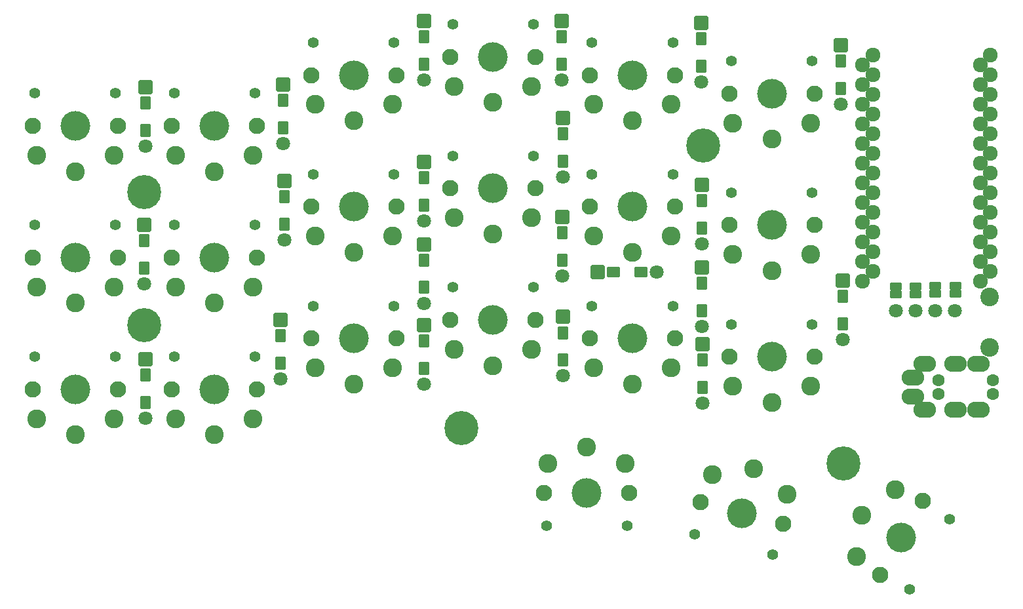
<source format=gbs>
G04 #@! TF.GenerationSoftware,KiCad,Pcbnew,(6.0.8-1)-1*
G04 #@! TF.CreationDate,2023-02-26T16:34:21+02:00*
G04 #@! TF.ProjectId,chococorne,63686f63-6f63-46f7-926e-652e6b696361,2.1*
G04 #@! TF.SameCoordinates,Original*
G04 #@! TF.FileFunction,Soldermask,Bot*
G04 #@! TF.FilePolarity,Negative*
%FSLAX46Y46*%
G04 Gerber Fmt 4.6, Leading zero omitted, Abs format (unit mm)*
G04 Created by KiCad (PCBNEW (6.0.8-1)-1) date 2023-02-26 16:34:21*
%MOMM*%
%LPD*%
G01*
G04 APERTURE LIST*
G04 Aperture macros list*
%AMRoundRect*
0 Rectangle with rounded corners*
0 $1 Rounding radius*
0 $2 $3 $4 $5 $6 $7 $8 $9 X,Y pos of 4 corners*
0 Add a 4 corners polygon primitive as box body*
4,1,4,$2,$3,$4,$5,$6,$7,$8,$9,$2,$3,0*
0 Add four circle primitives for the rounded corners*
1,1,$1+$1,$2,$3*
1,1,$1+$1,$4,$5*
1,1,$1+$1,$6,$7*
1,1,$1+$1,$8,$9*
0 Add four rect primitives between the rounded corners*
20,1,$1+$1,$2,$3,$4,$5,0*
20,1,$1+$1,$4,$5,$6,$7,0*
20,1,$1+$1,$6,$7,$8,$9,0*
20,1,$1+$1,$8,$9,$2,$3,0*%
G04 Aperture macros list end*
%ADD10RoundRect,0.200000X-0.698500X0.698500X-0.698500X-0.698500X0.698500X-0.698500X0.698500X0.698500X0*%
%ADD11RoundRect,0.200000X-0.475000X0.650000X-0.475000X-0.650000X0.475000X-0.650000X0.475000X0.650000X0*%
%ADD12C,1.797000*%
%ADD13RoundRect,0.200000X-0.650000X-0.475000X0.650000X-0.475000X0.650000X0.475000X-0.650000X0.475000X0*%
%ADD14RoundRect,0.200000X-0.698500X-0.698500X0.698500X-0.698500X0.698500X0.698500X-0.698500X0.698500X0*%
%ADD15C,1.600000*%
%ADD16O,2.900000X2.100000*%
%ADD17C,2.101800*%
%ADD18C,1.390600*%
%ADD19C,3.829000*%
%ADD20C,2.432000*%
%ADD21C,1.924000*%
%ADD22C,2.400000*%
%ADD23C,4.400000*%
%ADD24RoundRect,0.200000X-0.571500X0.317500X-0.571500X-0.317500X0.571500X-0.317500X0.571500X0.317500X0*%
G04 APERTURE END LIST*
D10*
X94750000Y-60230000D03*
D11*
X94750000Y-62265000D03*
X94750000Y-65815000D03*
D12*
X94750000Y-67850000D03*
D10*
X113030000Y-52070000D03*
D11*
X113030000Y-54105000D03*
D12*
X113030000Y-59690000D03*
D11*
X113030000Y-57655000D03*
D10*
X130810000Y-52070000D03*
D11*
X130810000Y-54105000D03*
D12*
X130810000Y-59690000D03*
D11*
X130810000Y-57655000D03*
D10*
X148775000Y-52315000D03*
D11*
X148775000Y-54350000D03*
D12*
X148775000Y-59935000D03*
D11*
X148775000Y-57900000D03*
D10*
X148850000Y-73215000D03*
D11*
X148850000Y-75250000D03*
D12*
X148850000Y-80835000D03*
D11*
X148850000Y-78800000D03*
X94980000Y-74765000D03*
D10*
X94980000Y-72730000D03*
D11*
X94980000Y-78315000D03*
D12*
X94980000Y-80350000D03*
D10*
X113030000Y-70215000D03*
D11*
X113030000Y-72250000D03*
X113030000Y-75800000D03*
D12*
X113030000Y-77835000D03*
D11*
X130920000Y-66585000D03*
D10*
X130920000Y-64550000D03*
D11*
X130920000Y-70135000D03*
D12*
X130920000Y-72170000D03*
D10*
X166825000Y-55165000D03*
D11*
X166825000Y-57200000D03*
D12*
X166825000Y-62785000D03*
D11*
X166825000Y-60750000D03*
D10*
X148875000Y-83890000D03*
D11*
X148875000Y-85925000D03*
D12*
X148875000Y-91510000D03*
D11*
X148875000Y-89475000D03*
D10*
X94480000Y-90665000D03*
D11*
X94480000Y-92700000D03*
D12*
X94480000Y-98285000D03*
D11*
X94480000Y-96250000D03*
X112950000Y-82900000D03*
D10*
X112950000Y-80865000D03*
D12*
X112950000Y-88485000D03*
D11*
X112950000Y-86450000D03*
D10*
X130890000Y-77370000D03*
D11*
X130890000Y-79405000D03*
X130890000Y-82955000D03*
D12*
X130890000Y-84990000D03*
D10*
X167050000Y-85540000D03*
D11*
X167050000Y-87575000D03*
X167050000Y-91125000D03*
D12*
X167050000Y-93160000D03*
D10*
X148950000Y-93740000D03*
D11*
X148950000Y-95775000D03*
D12*
X148950000Y-101360000D03*
D11*
X148950000Y-99325000D03*
D13*
X137495000Y-84480000D03*
D14*
X135460000Y-84480000D03*
D13*
X141045000Y-84480000D03*
D12*
X143080000Y-84480000D03*
D11*
X130910000Y-92295000D03*
D10*
X130910000Y-90260000D03*
D11*
X130910000Y-95845000D03*
D12*
X130910000Y-97880000D03*
D11*
X113000000Y-93325000D03*
D10*
X113000000Y-91290000D03*
D12*
X113000000Y-98910000D03*
D11*
X113000000Y-96875000D03*
D15*
X179460000Y-98420000D03*
X179460000Y-100170000D03*
X186460000Y-100170000D03*
X186460000Y-98420000D03*
D16*
X176160000Y-98070000D03*
X176160000Y-100520000D03*
X184660000Y-96320000D03*
X184660000Y-102270000D03*
X181660000Y-102270000D03*
X181660000Y-96320000D03*
X177660000Y-96320000D03*
X177660000Y-102270000D03*
D17*
X80410000Y-65580000D03*
D18*
X91130000Y-61380000D03*
D17*
X91410000Y-65580000D03*
D18*
X80690000Y-61380000D03*
D19*
X85910000Y-65580000D03*
D20*
X85910000Y-71480000D03*
X80910000Y-69380000D03*
X90910000Y-69380000D03*
D18*
X109130000Y-54820000D03*
D17*
X98410000Y-59020000D03*
X109410000Y-59020000D03*
D18*
X98690000Y-54820000D03*
D19*
X103910000Y-59020000D03*
D20*
X103910000Y-64920000D03*
X98910000Y-62820000D03*
X108910000Y-62820000D03*
D19*
X121910000Y-56660000D03*
D17*
X127410000Y-56660000D03*
D18*
X127130000Y-52460000D03*
X116690000Y-52460000D03*
D17*
X116410000Y-56660000D03*
D20*
X121910000Y-62560000D03*
X116910000Y-60460000D03*
X126910000Y-60460000D03*
D17*
X145410000Y-59020000D03*
D18*
X145130000Y-54820000D03*
D19*
X139910000Y-59020000D03*
D17*
X134410000Y-59020000D03*
D18*
X134690000Y-54820000D03*
D20*
X139910000Y-64920000D03*
X144910000Y-62820000D03*
X134910000Y-62820000D03*
D17*
X152410000Y-61400000D03*
D18*
X152690000Y-57200000D03*
X163130000Y-57200000D03*
D19*
X157910000Y-61400000D03*
D17*
X163410000Y-61400000D03*
D20*
X157910000Y-67300000D03*
X152910000Y-65200000D03*
X162910000Y-65200000D03*
D18*
X80690000Y-78380000D03*
D17*
X91410000Y-82580000D03*
D18*
X91130000Y-78380000D03*
D17*
X80410000Y-82580000D03*
D19*
X85910000Y-82580000D03*
D20*
X85910000Y-88480000D03*
X90910000Y-86380000D03*
X80910000Y-86380000D03*
D17*
X109410000Y-76020000D03*
D18*
X109130000Y-71820000D03*
D19*
X103910000Y-76020000D03*
D18*
X98690000Y-71820000D03*
D17*
X98410000Y-76020000D03*
D20*
X103910000Y-81920000D03*
X108910000Y-79820000D03*
X98910000Y-79820000D03*
D17*
X127410000Y-73650000D03*
D19*
X121910000Y-73650000D03*
D17*
X116410000Y-73650000D03*
D18*
X127130000Y-69450000D03*
X116690000Y-69450000D03*
D20*
X121910000Y-79550000D03*
X126910000Y-77450000D03*
X116910000Y-77450000D03*
D17*
X134410000Y-76020000D03*
D18*
X134690000Y-71820000D03*
D17*
X145410000Y-76020000D03*
D19*
X139910000Y-76020000D03*
D18*
X145130000Y-71820000D03*
D20*
X139910000Y-81920000D03*
X144910000Y-79820000D03*
X134910000Y-79820000D03*
D17*
X152410000Y-78400000D03*
D18*
X163130000Y-74200000D03*
D19*
X157910000Y-78400000D03*
D17*
X163410000Y-78400000D03*
D18*
X152690000Y-74200000D03*
D20*
X157910000Y-84300000D03*
X152910000Y-82200000D03*
X162910000Y-82200000D03*
D17*
X91410000Y-99585000D03*
D19*
X85910000Y-99585000D03*
D17*
X80410000Y-99585000D03*
D18*
X91130000Y-95385000D03*
X80690000Y-95385000D03*
D20*
X85910000Y-105485000D03*
X80910000Y-103385000D03*
X90910000Y-103385000D03*
D17*
X98410000Y-93025000D03*
D19*
X103910000Y-93025000D03*
D18*
X98690000Y-88825000D03*
D17*
X109410000Y-93025000D03*
D18*
X109130000Y-88825000D03*
D20*
X103910000Y-98925000D03*
X108910000Y-96825000D03*
X98910000Y-96825000D03*
D17*
X116410000Y-90650000D03*
D19*
X121910000Y-90650000D03*
D17*
X127410000Y-90650000D03*
D18*
X127130000Y-86450000D03*
X116690000Y-86450000D03*
D20*
X121910000Y-96550000D03*
X126910000Y-94450000D03*
X116910000Y-94450000D03*
D18*
X134690000Y-88825000D03*
D17*
X145410000Y-93025000D03*
X134410000Y-93025000D03*
D18*
X145130000Y-88825000D03*
D19*
X139910000Y-93025000D03*
D20*
X139910000Y-98925000D03*
X144910000Y-96825000D03*
X134910000Y-96825000D03*
D19*
X157910000Y-95400000D03*
D18*
X163130000Y-91200000D03*
D17*
X152410000Y-95400000D03*
X163410000Y-95400000D03*
D18*
X152690000Y-91200000D03*
D20*
X157910000Y-101300000D03*
X162910000Y-99200000D03*
X152910000Y-99200000D03*
D17*
X128510000Y-112990000D03*
D19*
X134010000Y-112990000D03*
D18*
X139230000Y-117190000D03*
D17*
X139510000Y-112990000D03*
D18*
X128790000Y-117190000D03*
D20*
X134010000Y-107090000D03*
X139010000Y-109190000D03*
X129010000Y-109190000D03*
D19*
X154060000Y-115580000D03*
D17*
X148747408Y-114156495D03*
D18*
X147930827Y-118285853D03*
X158015093Y-120987924D03*
D17*
X159372592Y-117003505D03*
D20*
X155587032Y-109881038D03*
X159873142Y-113203577D03*
X150213883Y-110615387D03*
D17*
X171910000Y-123553140D03*
D18*
X180907307Y-116369347D03*
D17*
X177410000Y-114026860D03*
D18*
X175687307Y-125410653D03*
D19*
X174660000Y-118790000D03*
D20*
X169550450Y-115840000D03*
X168869103Y-121220127D03*
X173869103Y-112559873D03*
D21*
X186166400Y-56432000D03*
X169620000Y-57702000D03*
X169620000Y-60242000D03*
X186166400Y-58972000D03*
X186166400Y-61512000D03*
X169620000Y-62782000D03*
X186166400Y-64052000D03*
X169620000Y-65322000D03*
X186166400Y-66592000D03*
X169620000Y-67862000D03*
X169620000Y-70402000D03*
X186166400Y-69132000D03*
X169620000Y-72942000D03*
X186166400Y-71672000D03*
X169620000Y-75482000D03*
X186166400Y-74212000D03*
X169620000Y-78022000D03*
X186166400Y-76752000D03*
X186166400Y-79292000D03*
X169620000Y-80562000D03*
X186166400Y-81832000D03*
X169620000Y-83102000D03*
X186166400Y-84372000D03*
X169620000Y-85642000D03*
X184860000Y-85642000D03*
X170946400Y-84372000D03*
X170946400Y-81832000D03*
X184860000Y-83102000D03*
X184860000Y-80562000D03*
X170946400Y-79292000D03*
X170946400Y-76752000D03*
X184860000Y-78022000D03*
X184860000Y-75482000D03*
X170946400Y-74212000D03*
X170946400Y-71672000D03*
X184860000Y-72942000D03*
X170946400Y-69132000D03*
X184860000Y-70402000D03*
X184860000Y-67862000D03*
X170946400Y-66592000D03*
X184860000Y-65322000D03*
X170946400Y-64052000D03*
X170946400Y-61512000D03*
X184860000Y-62782000D03*
X170946400Y-58972000D03*
X184860000Y-60242000D03*
X184860000Y-57702000D03*
X170946400Y-56432000D03*
D10*
X76850000Y-78365000D03*
D11*
X76850000Y-80400000D03*
X76850000Y-83950000D03*
D12*
X76850000Y-85985000D03*
D10*
X76975000Y-95715000D03*
D11*
X76975000Y-97750000D03*
D12*
X76975000Y-103335000D03*
D11*
X76975000Y-101300000D03*
D17*
X62410000Y-82580000D03*
D18*
X73130000Y-78380000D03*
D19*
X67910000Y-82580000D03*
D18*
X62690000Y-78380000D03*
D17*
X73410000Y-82580000D03*
D20*
X67910000Y-88480000D03*
X72910000Y-86380000D03*
X62910000Y-86380000D03*
D17*
X73410000Y-99600000D03*
D18*
X73130000Y-95400000D03*
D17*
X62410000Y-99600000D03*
D19*
X67910000Y-99600000D03*
D18*
X62690000Y-95400000D03*
D20*
X67910000Y-105500000D03*
X62910000Y-103400000D03*
X72910000Y-103400000D03*
D18*
X62690000Y-61380000D03*
X73130000Y-61380000D03*
D17*
X73410000Y-65580000D03*
D19*
X67910000Y-65580000D03*
D17*
X62410000Y-65580000D03*
D20*
X67910000Y-71480000D03*
X62910000Y-69380000D03*
X72910000Y-69380000D03*
D12*
X173930000Y-89440000D03*
X176470000Y-89440000D03*
X179010000Y-89440000D03*
X181550000Y-89440000D03*
D22*
X186030000Y-94180000D03*
X186030000Y-87680000D03*
D10*
X76975000Y-60565000D03*
D11*
X76975000Y-62600000D03*
X76975000Y-66150000D03*
D12*
X76975000Y-68185000D03*
D23*
X149025000Y-68125000D03*
X76870000Y-74150000D03*
X117820000Y-104650000D03*
X167140000Y-109200000D03*
X76870000Y-91290000D03*
D24*
X176480000Y-86309620D03*
X176480000Y-87310380D03*
X173930000Y-86339220D03*
X173930000Y-87339980D03*
X181640000Y-86259620D03*
X181640000Y-87260380D03*
X179060000Y-86279620D03*
X179060000Y-87280380D03*
M02*

</source>
